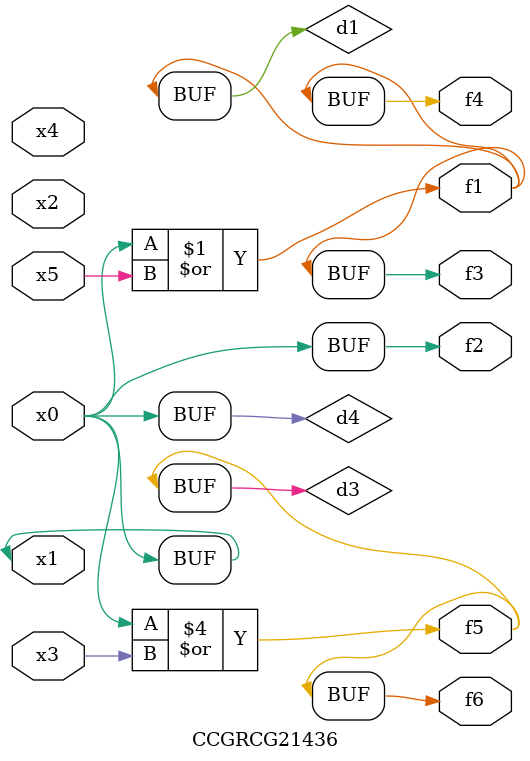
<source format=v>
module CCGRCG21436(
	input x0, x1, x2, x3, x4, x5,
	output f1, f2, f3, f4, f5, f6
);

	wire d1, d2, d3, d4;

	or (d1, x0, x5);
	xnor (d2, x1, x4);
	or (d3, x0, x3);
	buf (d4, x0, x1);
	assign f1 = d1;
	assign f2 = d4;
	assign f3 = d1;
	assign f4 = d1;
	assign f5 = d3;
	assign f6 = d3;
endmodule

</source>
